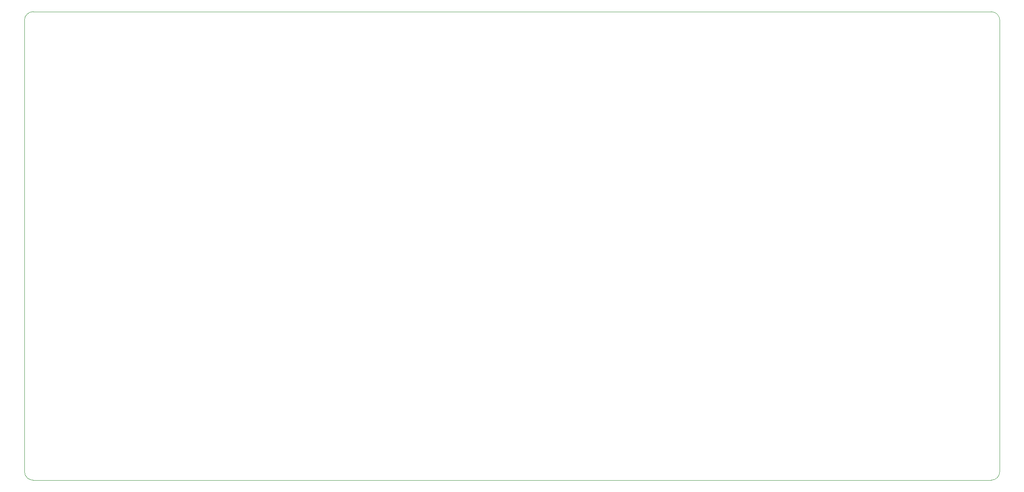
<source format=gm1>
G04 #@! TF.GenerationSoftware,KiCad,Pcbnew,(7.0.0)*
G04 #@! TF.CreationDate,2023-09-24T17:48:51-07:00*
G04 #@! TF.ProjectId,peripheral_interface,70657269-7068-4657-9261-6c5f696e7465,rev?*
G04 #@! TF.SameCoordinates,Original*
G04 #@! TF.FileFunction,Profile,NP*
%FSLAX46Y46*%
G04 Gerber Fmt 4.6, Leading zero omitted, Abs format (unit mm)*
G04 Created by KiCad (PCBNEW (7.0.0)) date 2023-09-24 17:48:51*
%MOMM*%
%LPD*%
G01*
G04 APERTURE LIST*
G04 #@! TA.AperFunction,Profile*
%ADD10C,0.050000*%
G04 #@! TD*
G04 APERTURE END LIST*
D10*
X55118000Y-45720000D02*
G75*
G03*
X53340000Y-47498000I0J-1778000D01*
G01*
X55118000Y-45720000D02*
X254762000Y-45720000D01*
X53340000Y-141732000D02*
X53340000Y-47498000D01*
X254762000Y-143510000D02*
G75*
G03*
X256540000Y-141732000I0J1778000D01*
G01*
X254762000Y-143510000D02*
X55118000Y-143510000D01*
X256540000Y-47498000D02*
X256540000Y-141732000D01*
X53340000Y-141732000D02*
G75*
G03*
X55118000Y-143510000I1778000J0D01*
G01*
X256540000Y-47498000D02*
G75*
G03*
X254762000Y-45720000I-1778000J0D01*
G01*
M02*

</source>
